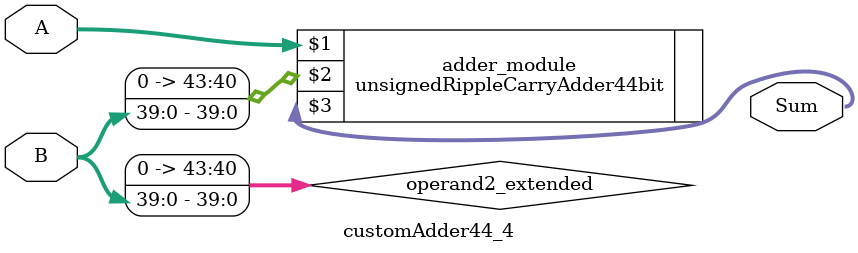
<source format=v>
module customAdder44_4(
                        input [43 : 0] A,
                        input [39 : 0] B,
                        
                        output [44 : 0] Sum
                );

        wire [43 : 0] operand2_extended;
        
        assign operand2_extended =  {4'b0, B};
        
        unsignedRippleCarryAdder44bit adder_module(
            A,
            operand2_extended,
            Sum
        );
        
        endmodule
        
</source>
